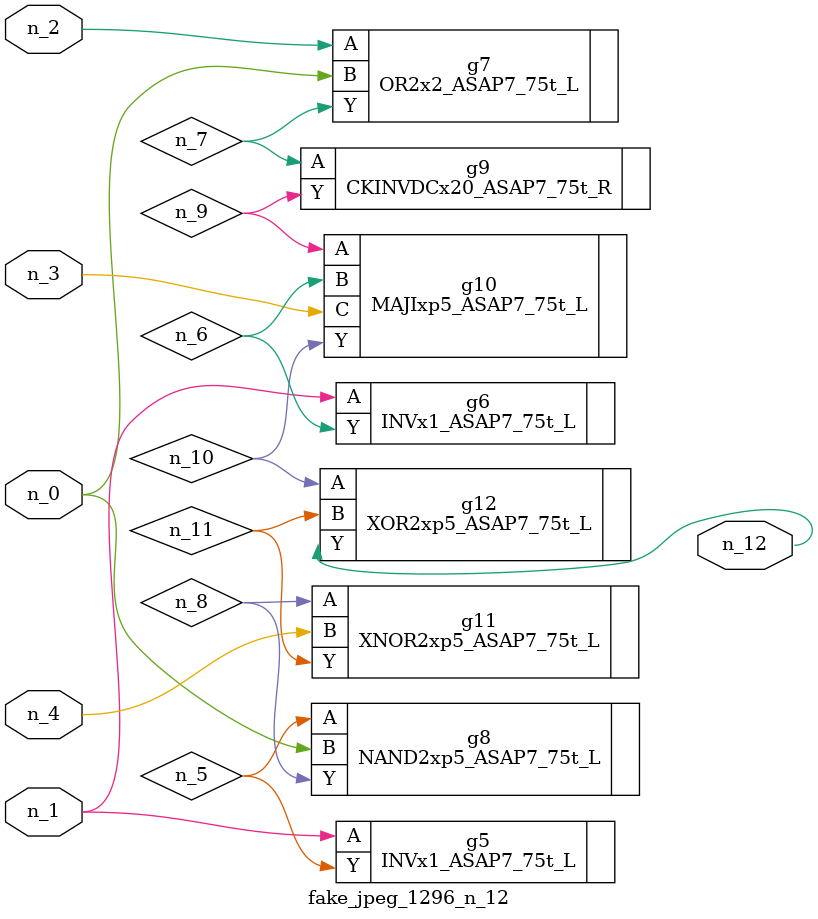
<source format=v>
module fake_jpeg_1296_n_12 (n_3, n_2, n_1, n_0, n_4, n_12);

input n_3;
input n_2;
input n_1;
input n_0;
input n_4;

output n_12;

wire n_11;
wire n_10;
wire n_8;
wire n_9;
wire n_6;
wire n_5;
wire n_7;

INVx1_ASAP7_75t_L g5 ( 
.A(n_1),
.Y(n_5)
);

INVx1_ASAP7_75t_L g6 ( 
.A(n_1),
.Y(n_6)
);

OR2x2_ASAP7_75t_L g7 ( 
.A(n_2),
.B(n_0),
.Y(n_7)
);

NAND2xp5_ASAP7_75t_L g8 ( 
.A(n_5),
.B(n_0),
.Y(n_8)
);

XNOR2xp5_ASAP7_75t_L g11 ( 
.A(n_8),
.B(n_4),
.Y(n_11)
);

CKINVDCx20_ASAP7_75t_R g9 ( 
.A(n_7),
.Y(n_9)
);

MAJIxp5_ASAP7_75t_L g10 ( 
.A(n_9),
.B(n_6),
.C(n_3),
.Y(n_10)
);

XOR2xp5_ASAP7_75t_L g12 ( 
.A(n_10),
.B(n_11),
.Y(n_12)
);


endmodule
</source>
